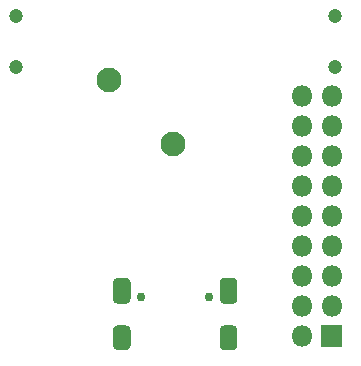
<source format=gbr>
%TF.GenerationSoftware,KiCad,Pcbnew,(5.1.12-1-10_14)*%
%TF.CreationDate,2022-02-28T13:43:54+08:00*%
%TF.ProjectId,DeerMon,44656572-4d6f-46e2-9e6b-696361645f70,rev?*%
%TF.SameCoordinates,Original*%
%TF.FileFunction,Soldermask,Bot*%
%TF.FilePolarity,Negative*%
%FSLAX46Y46*%
G04 Gerber Fmt 4.6, Leading zero omitted, Abs format (unit mm)*
G04 Created by KiCad (PCBNEW (5.1.12-1-10_14)) date 2022-02-28 13:43:54*
%MOMM*%
%LPD*%
G01*
G04 APERTURE LIST*
%ADD10C,2.100000*%
%ADD11O,1.800000X1.800000*%
%ADD12C,1.200000*%
%ADD13C,0.750000*%
G04 APERTURE END LIST*
D10*
%TO.C,BZ1*%
X9425988Y23474012D03*
X14800000Y18100000D03*
%TD*%
D11*
%TO.C,J3*%
X25710000Y22120000D03*
X28250000Y22120000D03*
X25710000Y19580000D03*
X28250000Y19580000D03*
X25710000Y17040000D03*
X28250000Y17040000D03*
X25710000Y14500000D03*
X28250000Y14500000D03*
X25710000Y11960000D03*
X28250000Y11960000D03*
X25710000Y9420000D03*
X28250000Y9420000D03*
X25710000Y6880000D03*
X28250000Y6880000D03*
X25710000Y4340000D03*
X28250000Y4340000D03*
X25710000Y1800000D03*
G36*
G01*
X27350000Y950000D02*
X27350000Y2650000D01*
G75*
G02*
X27400000Y2700000I50000J0D01*
G01*
X29100000Y2700000D01*
G75*
G02*
X29150000Y2650000I0J-50000D01*
G01*
X29150000Y950000D01*
G75*
G02*
X29100000Y900000I-50000J0D01*
G01*
X27400000Y900000D01*
G75*
G02*
X27350000Y950000I0J50000D01*
G01*
G37*
%TD*%
D12*
%TO.C,SW1*%
X1500000Y24600000D03*
X1500000Y28900000D03*
%TD*%
%TO.C,SW2*%
X28500000Y28900000D03*
X28500000Y24600000D03*
%TD*%
%TO.C,J1*%
G36*
G01*
X18775000Y975000D02*
X18775000Y2325000D01*
G75*
G02*
X19150000Y2700000I375000J0D01*
G01*
X19900000Y2700000D01*
G75*
G02*
X20275000Y2325000I0J-375000D01*
G01*
X20275000Y975000D01*
G75*
G02*
X19900000Y600000I-375000J0D01*
G01*
X19150000Y600000D01*
G75*
G02*
X18775000Y975000I0J375000D01*
G01*
G37*
D13*
X17900000Y5100000D03*
G36*
G01*
X9725000Y975000D02*
X9725000Y2325000D01*
G75*
G02*
X10100000Y2700000I375000J0D01*
G01*
X10850000Y2700000D01*
G75*
G02*
X11225000Y2325000I0J-375000D01*
G01*
X11225000Y975000D01*
G75*
G02*
X10850000Y600000I-375000J0D01*
G01*
X10100000Y600000D01*
G75*
G02*
X9725000Y975000I0J375000D01*
G01*
G37*
X12100000Y5100000D03*
G36*
G01*
X9725000Y4905000D02*
X9725000Y6355000D01*
G75*
G02*
X10100000Y6730000I375000J0D01*
G01*
X10850000Y6730000D01*
G75*
G02*
X11225000Y6355000I0J-375000D01*
G01*
X11225000Y4905000D01*
G75*
G02*
X10850000Y4530000I-375000J0D01*
G01*
X10100000Y4530000D01*
G75*
G02*
X9725000Y4905000I0J375000D01*
G01*
G37*
G36*
G01*
X18775000Y4905000D02*
X18775000Y6355000D01*
G75*
G02*
X19150000Y6730000I375000J0D01*
G01*
X19900000Y6730000D01*
G75*
G02*
X20275000Y6355000I0J-375000D01*
G01*
X20275000Y4905000D01*
G75*
G02*
X19900000Y4530000I-375000J0D01*
G01*
X19150000Y4530000D01*
G75*
G02*
X18775000Y4905000I0J375000D01*
G01*
G37*
%TD*%
M02*

</source>
